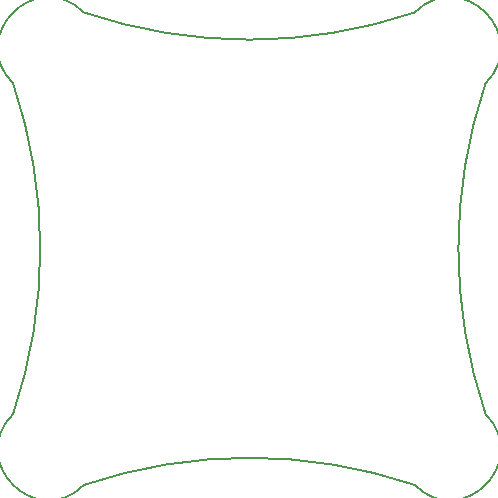
<source format=gko>
G04*
G04 #@! TF.GenerationSoftware,Altium Limited,Altium Designer,19.0.10 (269)*
G04*
G04 Layer_Color=16711935*
%FSLAX25Y25*%
%MOIN*%
G70*
G01*
G75*
%ADD15C,0.00800*%
D15*
X-78740Y-55118D02*
G03*
X-78740Y55118I-163224J55118D01*
G01*
X-55118Y78740D02*
G03*
X55118Y78740I55118J163224D01*
G01*
X78740Y55118D02*
G03*
X78740Y-55118I163224J-55118D01*
G01*
X55118Y-78740D02*
G03*
X-55118Y-78740I-55118J-163224D01*
G01*
Y78740D02*
G03*
X-78740Y55118I-11811J-11811D01*
G01*
Y-55118D02*
G03*
X-55118Y-78740I11811J-11811D01*
G01*
X55118D02*
G03*
X78740Y-55118I11811J11811D01*
G01*
Y55118D02*
G03*
X55118Y78740I-11811J11811D01*
G01*
M02*

</source>
